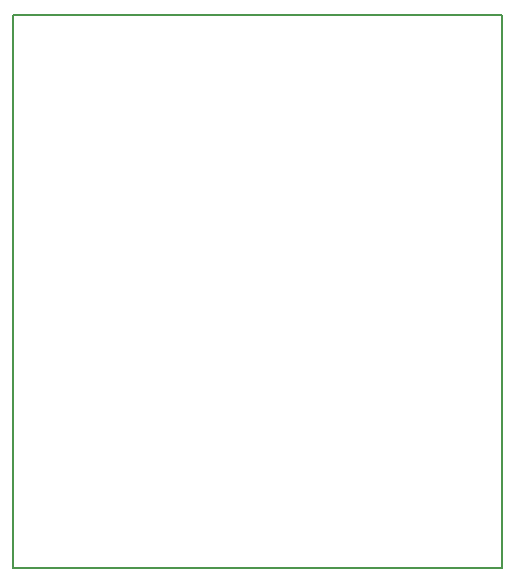
<source format=gm1>
G04 MADE WITH FRITZING*
G04 WWW.FRITZING.ORG*
G04 DOUBLE SIDED*
G04 HOLES PLATED*
G04 CONTOUR ON CENTER OF CONTOUR VECTOR*
%ASAXBY*%
%FSLAX23Y23*%
%MOIN*%
%OFA0B0*%
%SFA1.0B1.0*%
%ADD10R,1.635000X1.850390*%
%ADD11C,0.008000*%
%ADD10C,0.008*%
%LNCONTOUR*%
G90*
G70*
G54D10*
G54D11*
X4Y1846D02*
X1631Y1846D01*
X1631Y4D01*
X4Y4D01*
X4Y1846D01*
D02*
G04 End of contour*
M02*
</source>
